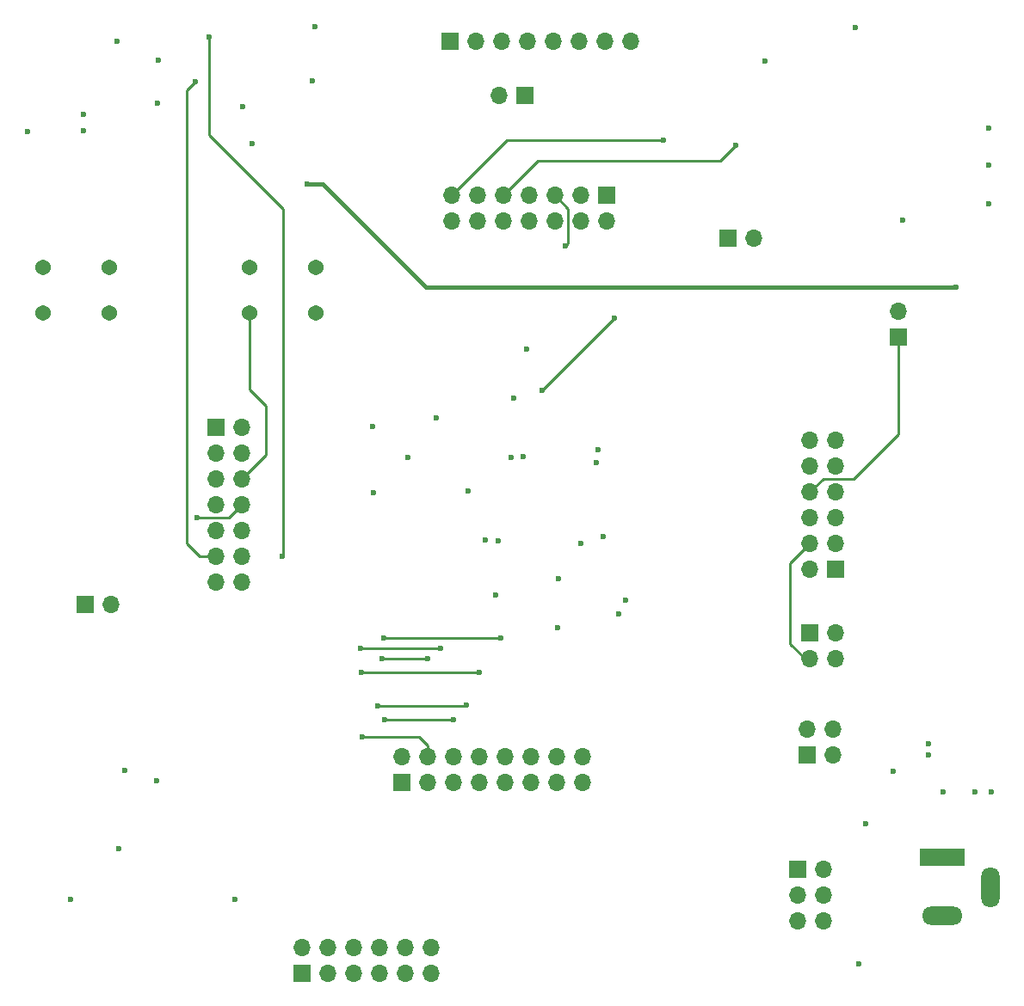
<source format=gbl>
G04 #@! TF.GenerationSoftware,KiCad,Pcbnew,(5.1.10)-1*
G04 #@! TF.CreationDate,2021-11-18T19:13:28-07:00*
G04 #@! TF.ProjectId,ATSAME51Demo,41545341-4d45-4353-9144-656d6f2e6b69,1.0*
G04 #@! TF.SameCoordinates,Original*
G04 #@! TF.FileFunction,Copper,L4,Bot*
G04 #@! TF.FilePolarity,Positive*
%FSLAX46Y46*%
G04 Gerber Fmt 4.6, Leading zero omitted, Abs format (unit mm)*
G04 Created by KiCad (PCBNEW (5.1.10)-1) date 2021-11-18 19:13:28*
%MOMM*%
%LPD*%
G01*
G04 APERTURE LIST*
G04 #@! TA.AperFunction,ComponentPad*
%ADD10O,1.700000X1.700000*%
G04 #@! TD*
G04 #@! TA.AperFunction,ComponentPad*
%ADD11R,1.700000X1.700000*%
G04 #@! TD*
G04 #@! TA.AperFunction,ComponentPad*
%ADD12C,1.540000*%
G04 #@! TD*
G04 #@! TA.AperFunction,ComponentPad*
%ADD13R,4.400000X1.800000*%
G04 #@! TD*
G04 #@! TA.AperFunction,ComponentPad*
%ADD14O,4.000000X1.800000*%
G04 #@! TD*
G04 #@! TA.AperFunction,ComponentPad*
%ADD15O,1.800000X4.000000*%
G04 #@! TD*
G04 #@! TA.AperFunction,ViaPad*
%ADD16C,0.600000*%
G04 #@! TD*
G04 #@! TA.AperFunction,Conductor*
%ADD17C,0.400000*%
G04 #@! TD*
G04 #@! TA.AperFunction,Conductor*
%ADD18C,0.250000*%
G04 #@! TD*
G04 APERTURE END LIST*
D10*
X138100000Y-91560000D03*
D11*
X138100000Y-94100000D03*
D10*
X92164000Y-154234000D03*
X92164000Y-156774000D03*
X89624000Y-154234000D03*
X89624000Y-156774000D03*
X87084000Y-154234000D03*
X87084000Y-156774000D03*
X84544000Y-154234000D03*
X84544000Y-156774000D03*
X82004000Y-154234000D03*
X82004000Y-156774000D03*
X79464000Y-154234000D03*
D11*
X79464000Y-156774000D03*
D10*
X94185000Y-82690000D03*
X94185000Y-80150000D03*
X96725000Y-82690000D03*
X96725000Y-80150000D03*
X99265000Y-82690000D03*
X99265000Y-80150000D03*
X101805000Y-82690000D03*
X101805000Y-80150000D03*
X104345000Y-82690000D03*
X104345000Y-80150000D03*
X106885000Y-82690000D03*
X106885000Y-80150000D03*
X109425000Y-82690000D03*
D11*
X109425000Y-80150000D03*
D12*
X74310000Y-87270000D03*
X80810000Y-87270000D03*
X74310000Y-91770000D03*
X80810000Y-91770000D03*
X54025000Y-87270000D03*
X60525000Y-87270000D03*
X54025000Y-91770000D03*
X60525000Y-91770000D03*
D10*
X129460000Y-104300000D03*
X132000000Y-104300000D03*
X129460000Y-106840000D03*
X132000000Y-106840000D03*
X129460000Y-109380000D03*
X132000000Y-109380000D03*
X129460000Y-111920000D03*
X132000000Y-111920000D03*
X129460000Y-114460000D03*
X132000000Y-114460000D03*
X129460000Y-117000000D03*
D11*
X132000000Y-117000000D03*
D10*
X107080000Y-135460000D03*
X107080000Y-138000000D03*
X104540000Y-135460000D03*
X104540000Y-138000000D03*
X102000000Y-135460000D03*
X102000000Y-138000000D03*
X99460000Y-135460000D03*
X99460000Y-138000000D03*
X96920000Y-135460000D03*
X96920000Y-138000000D03*
X94380000Y-135460000D03*
X94380000Y-138000000D03*
X91840000Y-135460000D03*
X91840000Y-138000000D03*
X89300000Y-135460000D03*
D11*
X89300000Y-138000000D03*
D10*
X111780000Y-65000000D03*
X109240000Y-65000000D03*
X106700000Y-65000000D03*
X104160000Y-65000000D03*
X101620000Y-65000000D03*
X99080000Y-65000000D03*
X96540000Y-65000000D03*
D11*
X94000000Y-65000000D03*
D10*
X98890000Y-70310000D03*
D11*
X101430000Y-70310000D03*
D10*
X73540000Y-118240000D03*
X71000000Y-118240000D03*
X73540000Y-115700000D03*
X71000000Y-115700000D03*
X73540000Y-113160000D03*
X71000000Y-113160000D03*
X73540000Y-110620000D03*
X71000000Y-110620000D03*
X73540000Y-108080000D03*
X71000000Y-108080000D03*
X73540000Y-105540000D03*
X71000000Y-105540000D03*
X73540000Y-103000000D03*
D11*
X71000000Y-103000000D03*
D10*
X131700000Y-132740000D03*
X131700000Y-135280000D03*
X129160000Y-132740000D03*
D11*
X129160000Y-135280000D03*
D10*
X132000000Y-125770000D03*
X129460000Y-125770000D03*
X132000000Y-123230000D03*
D11*
X129460000Y-123230000D03*
D10*
X123914000Y-84384000D03*
D11*
X121374000Y-84384000D03*
D10*
X60668000Y-120452000D03*
D11*
X58128000Y-120452000D03*
D10*
X130800000Y-151610000D03*
X128260000Y-151610000D03*
X130800000Y-149070000D03*
X128260000Y-149070000D03*
X130800000Y-146530000D03*
D11*
X128260000Y-146530000D03*
D13*
X142425000Y-145300000D03*
D14*
X142425000Y-151100000D03*
D15*
X147225000Y-148300000D03*
D16*
X104600000Y-122700000D03*
X98525000Y-119500000D03*
X106875000Y-114450000D03*
X108395000Y-106480000D03*
X101250000Y-105870000D03*
X141100000Y-135240000D03*
X137670000Y-136830000D03*
X134230000Y-155810000D03*
X141100000Y-134140000D03*
X147000000Y-81000000D03*
X125030000Y-66970000D03*
X95830000Y-109250000D03*
X98750000Y-114220000D03*
X134940000Y-142030000D03*
X57950000Y-72170000D03*
X52450000Y-73850000D03*
X57950000Y-73790000D03*
X65210000Y-71050000D03*
X74560000Y-75090000D03*
X100300000Y-100140000D03*
X101562000Y-95306000D03*
X147050084Y-73500000D03*
X92700000Y-102100000D03*
X89900000Y-106000000D03*
X86400000Y-102925000D03*
X111300000Y-120045000D03*
X104700000Y-117900000D03*
X61225000Y-65025000D03*
X147050000Y-77200000D03*
X65185000Y-137815000D03*
X56725000Y-149475000D03*
X61400000Y-144500000D03*
X72875000Y-149525000D03*
X138600000Y-82600000D03*
X110650000Y-121375000D03*
X86500000Y-109475000D03*
X142565000Y-138925000D03*
X145674994Y-138925000D03*
X147300000Y-138925000D03*
X109110000Y-113730000D03*
X108600000Y-105200000D03*
X133950000Y-63650000D03*
X80500000Y-68850000D03*
X80730000Y-63540000D03*
X73662500Y-71417500D03*
X65345000Y-66855000D03*
X100038000Y-105974000D03*
X97498000Y-114102000D03*
X62000000Y-136750000D03*
X79972000Y-79050000D03*
X143790000Y-89210000D03*
X69170001Y-111875000D03*
X115023998Y-74732002D03*
X122136000Y-75240000D03*
X103086000Y-99370000D03*
X110198000Y-92258000D03*
X99000000Y-123750000D03*
X87500000Y-123750000D03*
X96920000Y-127120000D03*
X85300000Y-127100000D03*
X95675000Y-130375000D03*
X86900000Y-130400000D03*
X87600000Y-131800000D03*
X94380000Y-131819990D03*
X93125000Y-124775004D03*
X85250000Y-124750000D03*
X91840000Y-125740000D03*
X85400000Y-133500000D03*
X87300000Y-125800000D03*
X77540000Y-115700000D03*
X70307000Y-64585000D03*
X68970000Y-68940000D03*
X105372000Y-85146000D03*
D17*
X91656000Y-89210000D02*
X143790000Y-89210000D01*
X81496000Y-79050000D02*
X91656000Y-89210000D01*
X81496000Y-79050000D02*
X79972000Y-79050000D01*
D18*
X72285000Y-111875000D02*
X69170001Y-111875000D01*
X73540000Y-110620000D02*
X72285000Y-111875000D01*
X94185000Y-80150000D02*
X99602998Y-74732002D01*
X99602998Y-74732002D02*
X115023998Y-74732002D01*
X122136000Y-75240000D02*
X120612000Y-76764000D01*
X102651000Y-76764000D02*
X99265000Y-80150000D01*
X120612000Y-76764000D02*
X102651000Y-76764000D01*
X103086000Y-99370000D02*
X110198000Y-92258000D01*
X138100000Y-94100000D02*
X138100000Y-103700000D01*
X138100000Y-103700000D02*
X133700000Y-108100000D01*
X130740000Y-108100000D02*
X129460000Y-109380000D01*
X133700000Y-108100000D02*
X130740000Y-108100000D01*
X127500000Y-116420000D02*
X129460000Y-114460000D01*
X127500000Y-124300000D02*
X127500000Y-116420000D01*
X128970000Y-125770000D02*
X127500000Y-124300000D01*
X129460000Y-125770000D02*
X128970000Y-125770000D01*
X87500000Y-123750000D02*
X99000000Y-123750000D01*
X96900000Y-127100000D02*
X96920000Y-127120000D01*
X85300000Y-127100000D02*
X96900000Y-127100000D01*
X95650000Y-130400000D02*
X95675000Y-130375000D01*
X86900000Y-130400000D02*
X95650000Y-130400000D01*
X87600000Y-131800000D02*
X94360010Y-131800000D01*
X93099996Y-124750000D02*
X93125000Y-124775004D01*
X85250000Y-124750000D02*
X93099996Y-124750000D01*
X91840000Y-134340000D02*
X91840000Y-135460000D01*
X91000000Y-133500000D02*
X91840000Y-134340000D01*
X85400000Y-133500000D02*
X91000000Y-133500000D01*
X87300000Y-125800000D02*
X91780000Y-125800000D01*
X70320000Y-64598000D02*
X70307000Y-64585000D01*
X70320000Y-74224000D02*
X70320000Y-64598000D01*
X77620000Y-81524000D02*
X70320000Y-74224000D01*
X77620000Y-115620000D02*
X77620000Y-81524000D01*
X77540000Y-115700000D02*
X77620000Y-115620000D01*
X68970000Y-68940000D02*
X68120000Y-69790000D01*
X68120000Y-69790000D02*
X68120000Y-114400000D01*
X69420000Y-115700000D02*
X71000000Y-115700000D01*
X68120000Y-114400000D02*
X69420000Y-115700000D01*
X74310000Y-91770000D02*
X74310000Y-99296000D01*
X74310000Y-99296000D02*
X75908000Y-100894000D01*
X75908000Y-105712000D02*
X73540000Y-108080000D01*
X75908000Y-100894000D02*
X75908000Y-105712000D01*
X105671999Y-81476999D02*
X104345000Y-80150000D01*
X105671999Y-84846001D02*
X105671999Y-81476999D01*
X105372000Y-85146000D02*
X105671999Y-84846001D01*
M02*

</source>
